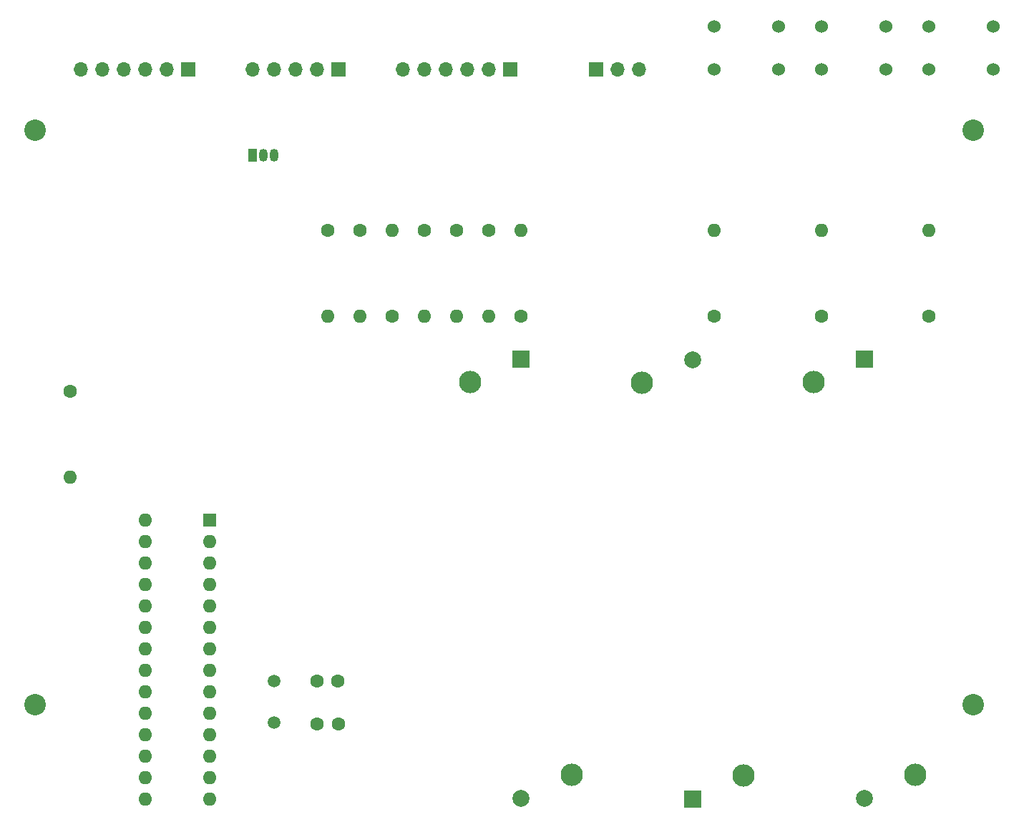
<source format=gbr>
%TF.GenerationSoftware,KiCad,Pcbnew,(5.1.9)-1*%
%TF.CreationDate,2021-03-08T13:05:13-05:00*%
%TF.ProjectId,eInk-picture-frame,65496e6b-2d70-4696-9374-7572652d6672,rev?*%
%TF.SameCoordinates,Original*%
%TF.FileFunction,Soldermask,Top*%
%TF.FilePolarity,Negative*%
%FSLAX46Y46*%
G04 Gerber Fmt 4.6, Leading zero omitted, Abs format (unit mm)*
G04 Created by KiCad (PCBNEW (5.1.9)-1) date 2021-03-08 13:05:13*
%MOMM*%
%LPD*%
G01*
G04 APERTURE LIST*
%ADD10O,1.700000X1.700000*%
%ADD11R,1.700000X1.700000*%
%ADD12C,2.540000*%
%ADD13C,1.500000*%
%ADD14C,1.524000*%
%ADD15O,1.600000X1.600000*%
%ADD16R,1.600000X1.600000*%
%ADD17C,1.600000*%
%ADD18R,1.050000X1.500000*%
%ADD19O,1.050000X1.500000*%
%ADD20R,2.000000X2.000000*%
%ADD21C,2.000000*%
%ADD22C,2.640000*%
G04 APERTURE END LIST*
D10*
%TO.C,J3*%
X157480000Y-49530000D03*
X154940000Y-49530000D03*
D11*
X152400000Y-49530000D03*
%TD*%
D12*
%TO.C,REF\u002A\u002A*%
X197050000Y-56770000D03*
X197050000Y-124770000D03*
X86050000Y-56770000D03*
X86050000Y-124770000D03*
%TD*%
D13*
%TO.C,Y1*%
X114300000Y-126820000D03*
X114300000Y-121920000D03*
%TD*%
D14*
%TO.C,U6*%
X186690000Y-44450000D03*
X186690000Y-49530000D03*
X179070000Y-44450000D03*
X179070000Y-49530000D03*
%TD*%
D15*
%TO.C,U5*%
X99060000Y-102870000D03*
X106680000Y-135890000D03*
X99060000Y-105410000D03*
X106680000Y-133350000D03*
X99060000Y-107950000D03*
X106680000Y-130810000D03*
X99060000Y-110490000D03*
X106680000Y-128270000D03*
X99060000Y-113030000D03*
X106680000Y-125730000D03*
X99060000Y-115570000D03*
X106680000Y-123190000D03*
X99060000Y-118110000D03*
X106680000Y-120650000D03*
X99060000Y-120650000D03*
X106680000Y-118110000D03*
X99060000Y-123190000D03*
X106680000Y-115570000D03*
X99060000Y-125730000D03*
X106680000Y-113030000D03*
X99060000Y-128270000D03*
X106680000Y-110490000D03*
X99060000Y-130810000D03*
X106680000Y-107950000D03*
X99060000Y-133350000D03*
X106680000Y-105410000D03*
X99060000Y-135890000D03*
D16*
X106680000Y-102870000D03*
%TD*%
D10*
%TO.C,U4*%
X129540000Y-49530000D03*
X132080000Y-49530000D03*
X134620000Y-49530000D03*
X137160000Y-49530000D03*
X139700000Y-49530000D03*
D11*
X142240000Y-49530000D03*
%TD*%
D14*
%TO.C,U2*%
X166370000Y-49530000D03*
X166370000Y-44450000D03*
X173990000Y-49530000D03*
X173990000Y-44450000D03*
%TD*%
D15*
%TO.C,R11*%
X128270000Y-68580000D03*
D17*
X128270000Y-78740000D03*
%TD*%
D15*
%TO.C,R10*%
X132080000Y-78740000D03*
D17*
X132080000Y-68580000D03*
%TD*%
D15*
%TO.C,R9*%
X179070000Y-68580000D03*
D17*
X179070000Y-78740000D03*
%TD*%
D15*
%TO.C,R8*%
X120650000Y-78740000D03*
D17*
X120650000Y-68580000D03*
%TD*%
D15*
%TO.C,R7*%
X124460000Y-78740000D03*
D17*
X124460000Y-68580000D03*
%TD*%
D15*
%TO.C,R6*%
X166370000Y-68580000D03*
D17*
X166370000Y-78740000D03*
%TD*%
D15*
%TO.C,R5*%
X135890000Y-78740000D03*
D17*
X135890000Y-68580000D03*
%TD*%
D15*
%TO.C,R4*%
X139700000Y-78740000D03*
D17*
X139700000Y-68580000D03*
%TD*%
D15*
%TO.C,R1*%
X143510000Y-68580000D03*
D17*
X143510000Y-78740000D03*
%TD*%
D10*
%TO.C,J2*%
X91440000Y-49530000D03*
X93980000Y-49530000D03*
X96520000Y-49530000D03*
X99060000Y-49530000D03*
X101600000Y-49530000D03*
D11*
X104140000Y-49530000D03*
%TD*%
D10*
%TO.C,J1*%
X111760000Y-49530000D03*
X114300000Y-49530000D03*
X116840000Y-49530000D03*
X119380000Y-49530000D03*
D11*
X121920000Y-49530000D03*
%TD*%
D17*
%TO.C,C2*%
X121920000Y-127000000D03*
X119420000Y-127000000D03*
%TD*%
%TO.C,C1*%
X121880000Y-121920000D03*
X119380000Y-121920000D03*
%TD*%
D14*
%TO.C,U3*%
X199390000Y-44450000D03*
X199390000Y-49530000D03*
X191770000Y-44450000D03*
X191770000Y-49530000D03*
%TD*%
D15*
%TO.C,R3*%
X90170000Y-97790000D03*
D17*
X90170000Y-87630000D03*
%TD*%
D15*
%TO.C,R2*%
X191770000Y-68580000D03*
D17*
X191770000Y-78740000D03*
%TD*%
D18*
%TO.C,Q1*%
X111760000Y-59690000D03*
D19*
X114300000Y-59690000D03*
X113030000Y-59690000D03*
%TD*%
D20*
%TO.C,BT3*%
X143510000Y-83820000D03*
D21*
X143510000Y-135810000D03*
D22*
X149505000Y-133050000D03*
X137515000Y-86570000D03*
%TD*%
%TO.C,BT2*%
X169825000Y-133140000D03*
X157835000Y-86660000D03*
D21*
X163830000Y-83900000D03*
D20*
X163830000Y-135890000D03*
%TD*%
%TO.C,BT1*%
X184150000Y-83820000D03*
D21*
X184150000Y-135810000D03*
D22*
X190145000Y-133050000D03*
X178155000Y-86570000D03*
%TD*%
M02*

</source>
